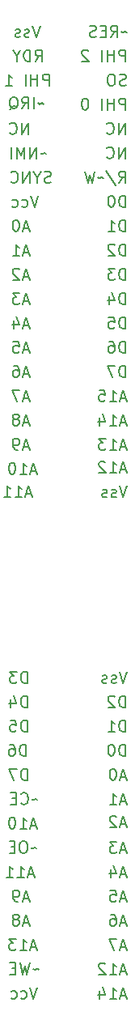
<source format=gbr>
%TF.GenerationSoftware,KiCad,Pcbnew,9.0.1*%
%TF.CreationDate,2025-04-16T15:15:49-04:00*%
%TF.ProjectId,KiCad 9 6502 ROR Test Board V2.0S,4b694361-6420-4392-9036-35303220524f,rev?*%
%TF.SameCoordinates,Original*%
%TF.FileFunction,Legend,Bot*%
%TF.FilePolarity,Positive*%
%FSLAX46Y46*%
G04 Gerber Fmt 4.6, Leading zero omitted, Abs format (unit mm)*
G04 Created by KiCad (PCBNEW 9.0.1) date 2025-04-16 15:15:49*
%MOMM*%
%LPD*%
G01*
G04 APERTURE LIST*
%ADD10C,0.203200*%
%ADD11C,0.150000*%
G04 APERTURE END LIST*
D10*
X150066744Y-144397718D02*
X149495316Y-144397718D01*
X150181030Y-144740575D02*
X149781030Y-143540575D01*
X149781030Y-143540575D02*
X149381030Y-144740575D01*
X148466745Y-143940575D02*
X148466745Y-144740575D01*
X148752459Y-143483433D02*
X149038173Y-144340575D01*
X149038173Y-144340575D02*
X148295316Y-144340575D01*
X139906744Y-76833718D02*
X139335316Y-76833718D01*
X140021030Y-77176575D02*
X139621030Y-75976575D01*
X139621030Y-75976575D02*
X139221030Y-77176575D01*
X138592459Y-75976575D02*
X138478173Y-75976575D01*
X138478173Y-75976575D02*
X138363887Y-76033718D01*
X138363887Y-76033718D02*
X138306745Y-76090861D01*
X138306745Y-76090861D02*
X138249602Y-76205147D01*
X138249602Y-76205147D02*
X138192459Y-76433718D01*
X138192459Y-76433718D02*
X138192459Y-76719433D01*
X138192459Y-76719433D02*
X138249602Y-76948004D01*
X138249602Y-76948004D02*
X138306745Y-77062290D01*
X138306745Y-77062290D02*
X138363887Y-77119433D01*
X138363887Y-77119433D02*
X138478173Y-77176575D01*
X138478173Y-77176575D02*
X138592459Y-77176575D01*
X138592459Y-77176575D02*
X138706745Y-77119433D01*
X138706745Y-77119433D02*
X138763887Y-77062290D01*
X138763887Y-77062290D02*
X138821030Y-76948004D01*
X138821030Y-76948004D02*
X138878173Y-76719433D01*
X138878173Y-76719433D02*
X138878173Y-76433718D01*
X138878173Y-76433718D02*
X138821030Y-76205147D01*
X138821030Y-76205147D02*
X138763887Y-76090861D01*
X138763887Y-76090861D02*
X138706745Y-76033718D01*
X138706745Y-76033718D02*
X138592459Y-75976575D01*
X139906744Y-92073718D02*
X139335316Y-92073718D01*
X140021030Y-92416575D02*
X139621030Y-91216575D01*
X139621030Y-91216575D02*
X139221030Y-92416575D01*
X138306745Y-91216575D02*
X138535316Y-91216575D01*
X138535316Y-91216575D02*
X138649602Y-91273718D01*
X138649602Y-91273718D02*
X138706745Y-91330861D01*
X138706745Y-91330861D02*
X138821030Y-91502290D01*
X138821030Y-91502290D02*
X138878173Y-91730861D01*
X138878173Y-91730861D02*
X138878173Y-92188004D01*
X138878173Y-92188004D02*
X138821030Y-92302290D01*
X138821030Y-92302290D02*
X138763887Y-92359433D01*
X138763887Y-92359433D02*
X138649602Y-92416575D01*
X138649602Y-92416575D02*
X138421030Y-92416575D01*
X138421030Y-92416575D02*
X138306745Y-92359433D01*
X138306745Y-92359433D02*
X138249602Y-92302290D01*
X138249602Y-92302290D02*
X138192459Y-92188004D01*
X138192459Y-92188004D02*
X138192459Y-91902290D01*
X138192459Y-91902290D02*
X138249602Y-91788004D01*
X138249602Y-91788004D02*
X138306745Y-91730861D01*
X138306745Y-91730861D02*
X138421030Y-91673718D01*
X138421030Y-91673718D02*
X138649602Y-91673718D01*
X138649602Y-91673718D02*
X138763887Y-91730861D01*
X138763887Y-91730861D02*
X138821030Y-91788004D01*
X138821030Y-91788004D02*
X138878173Y-91902290D01*
X150009601Y-59396575D02*
X150009601Y-58196575D01*
X150009601Y-58196575D02*
X149552458Y-58196575D01*
X149552458Y-58196575D02*
X149438173Y-58253718D01*
X149438173Y-58253718D02*
X149381030Y-58310861D01*
X149381030Y-58310861D02*
X149323887Y-58425147D01*
X149323887Y-58425147D02*
X149323887Y-58596575D01*
X149323887Y-58596575D02*
X149381030Y-58710861D01*
X149381030Y-58710861D02*
X149438173Y-58768004D01*
X149438173Y-58768004D02*
X149552458Y-58825147D01*
X149552458Y-58825147D02*
X150009601Y-58825147D01*
X148809601Y-59396575D02*
X148809601Y-58196575D01*
X148809601Y-58768004D02*
X148123887Y-58768004D01*
X148123887Y-59396575D02*
X148123887Y-58196575D01*
X147552458Y-59396575D02*
X147552458Y-58196575D01*
X146123886Y-58310861D02*
X146066743Y-58253718D01*
X146066743Y-58253718D02*
X145952458Y-58196575D01*
X145952458Y-58196575D02*
X145666743Y-58196575D01*
X145666743Y-58196575D02*
X145552458Y-58253718D01*
X145552458Y-58253718D02*
X145495315Y-58310861D01*
X145495315Y-58310861D02*
X145438172Y-58425147D01*
X145438172Y-58425147D02*
X145438172Y-58539433D01*
X145438172Y-58539433D02*
X145495315Y-58710861D01*
X145495315Y-58710861D02*
X146181029Y-59396575D01*
X146181029Y-59396575D02*
X145438172Y-59396575D01*
X150009601Y-69556575D02*
X150009601Y-68356575D01*
X150009601Y-68356575D02*
X149323887Y-69556575D01*
X149323887Y-69556575D02*
X149323887Y-68356575D01*
X148066744Y-69442290D02*
X148123887Y-69499433D01*
X148123887Y-69499433D02*
X148295315Y-69556575D01*
X148295315Y-69556575D02*
X148409601Y-69556575D01*
X148409601Y-69556575D02*
X148581030Y-69499433D01*
X148581030Y-69499433D02*
X148695315Y-69385147D01*
X148695315Y-69385147D02*
X148752458Y-69270861D01*
X148752458Y-69270861D02*
X148809601Y-69042290D01*
X148809601Y-69042290D02*
X148809601Y-68870861D01*
X148809601Y-68870861D02*
X148752458Y-68642290D01*
X148752458Y-68642290D02*
X148695315Y-68528004D01*
X148695315Y-68528004D02*
X148581030Y-68413718D01*
X148581030Y-68413718D02*
X148409601Y-68356575D01*
X148409601Y-68356575D02*
X148295315Y-68356575D01*
X148295315Y-68356575D02*
X148123887Y-68413718D01*
X148123887Y-68413718D02*
X148066744Y-68470861D01*
X150181030Y-56399433D02*
X150123887Y-56342290D01*
X150123887Y-56342290D02*
X150009601Y-56285147D01*
X150009601Y-56285147D02*
X149781030Y-56399433D01*
X149781030Y-56399433D02*
X149666744Y-56342290D01*
X149666744Y-56342290D02*
X149609601Y-56285147D01*
X148466744Y-56856575D02*
X148866744Y-56285147D01*
X149152458Y-56856575D02*
X149152458Y-55656575D01*
X149152458Y-55656575D02*
X148695315Y-55656575D01*
X148695315Y-55656575D02*
X148581030Y-55713718D01*
X148581030Y-55713718D02*
X148523887Y-55770861D01*
X148523887Y-55770861D02*
X148466744Y-55885147D01*
X148466744Y-55885147D02*
X148466744Y-56056575D01*
X148466744Y-56056575D02*
X148523887Y-56170861D01*
X148523887Y-56170861D02*
X148581030Y-56228004D01*
X148581030Y-56228004D02*
X148695315Y-56285147D01*
X148695315Y-56285147D02*
X149152458Y-56285147D01*
X147952458Y-56228004D02*
X147552458Y-56228004D01*
X147381030Y-56856575D02*
X147952458Y-56856575D01*
X147952458Y-56856575D02*
X147952458Y-55656575D01*
X147952458Y-55656575D02*
X147381030Y-55656575D01*
X146923887Y-56799433D02*
X146752459Y-56856575D01*
X146752459Y-56856575D02*
X146466744Y-56856575D01*
X146466744Y-56856575D02*
X146352459Y-56799433D01*
X146352459Y-56799433D02*
X146295316Y-56742290D01*
X146295316Y-56742290D02*
X146238173Y-56628004D01*
X146238173Y-56628004D02*
X146238173Y-56513718D01*
X146238173Y-56513718D02*
X146295316Y-56399433D01*
X146295316Y-56399433D02*
X146352459Y-56342290D01*
X146352459Y-56342290D02*
X146466744Y-56285147D01*
X146466744Y-56285147D02*
X146695316Y-56228004D01*
X146695316Y-56228004D02*
X146809601Y-56170861D01*
X146809601Y-56170861D02*
X146866744Y-56113718D01*
X146866744Y-56113718D02*
X146923887Y-55999433D01*
X146923887Y-55999433D02*
X146923887Y-55885147D01*
X146923887Y-55885147D02*
X146866744Y-55770861D01*
X146866744Y-55770861D02*
X146809601Y-55713718D01*
X146809601Y-55713718D02*
X146695316Y-55656575D01*
X146695316Y-55656575D02*
X146409601Y-55656575D01*
X146409601Y-55656575D02*
X146238173Y-55713718D01*
X139722601Y-126960575D02*
X139722601Y-125760575D01*
X139722601Y-125760575D02*
X139436887Y-125760575D01*
X139436887Y-125760575D02*
X139265458Y-125817718D01*
X139265458Y-125817718D02*
X139151173Y-125932004D01*
X139151173Y-125932004D02*
X139094030Y-126046290D01*
X139094030Y-126046290D02*
X139036887Y-126274861D01*
X139036887Y-126274861D02*
X139036887Y-126446290D01*
X139036887Y-126446290D02*
X139094030Y-126674861D01*
X139094030Y-126674861D02*
X139151173Y-126789147D01*
X139151173Y-126789147D02*
X139265458Y-126903433D01*
X139265458Y-126903433D02*
X139436887Y-126960575D01*
X139436887Y-126960575D02*
X139722601Y-126960575D01*
X138008316Y-126160575D02*
X138008316Y-126960575D01*
X138294030Y-125703433D02*
X138579744Y-126560575D01*
X138579744Y-126560575D02*
X137836887Y-126560575D01*
X141452030Y-63879433D02*
X141394887Y-63822290D01*
X141394887Y-63822290D02*
X141280601Y-63765147D01*
X141280601Y-63765147D02*
X141052030Y-63879433D01*
X141052030Y-63879433D02*
X140937744Y-63822290D01*
X140937744Y-63822290D02*
X140880601Y-63765147D01*
X140423458Y-64336575D02*
X140423458Y-63136575D01*
X139166315Y-64336575D02*
X139566315Y-63765147D01*
X139852029Y-64336575D02*
X139852029Y-63136575D01*
X139852029Y-63136575D02*
X139394886Y-63136575D01*
X139394886Y-63136575D02*
X139280601Y-63193718D01*
X139280601Y-63193718D02*
X139223458Y-63250861D01*
X139223458Y-63250861D02*
X139166315Y-63365147D01*
X139166315Y-63365147D02*
X139166315Y-63536575D01*
X139166315Y-63536575D02*
X139223458Y-63650861D01*
X139223458Y-63650861D02*
X139280601Y-63708004D01*
X139280601Y-63708004D02*
X139394886Y-63765147D01*
X139394886Y-63765147D02*
X139852029Y-63765147D01*
X137852029Y-64450861D02*
X137966315Y-64393718D01*
X137966315Y-64393718D02*
X138080601Y-64279433D01*
X138080601Y-64279433D02*
X138252029Y-64108004D01*
X138252029Y-64108004D02*
X138366315Y-64050861D01*
X138366315Y-64050861D02*
X138480601Y-64050861D01*
X138423458Y-64336575D02*
X138537744Y-64279433D01*
X138537744Y-64279433D02*
X138652029Y-64165147D01*
X138652029Y-64165147D02*
X138709172Y-63936575D01*
X138709172Y-63936575D02*
X138709172Y-63536575D01*
X138709172Y-63536575D02*
X138652029Y-63308004D01*
X138652029Y-63308004D02*
X138537744Y-63193718D01*
X138537744Y-63193718D02*
X138423458Y-63136575D01*
X138423458Y-63136575D02*
X138194886Y-63136575D01*
X138194886Y-63136575D02*
X138080601Y-63193718D01*
X138080601Y-63193718D02*
X137966315Y-63308004D01*
X137966315Y-63308004D02*
X137909172Y-63536575D01*
X137909172Y-63536575D02*
X137909172Y-63936575D01*
X137909172Y-63936575D02*
X137966315Y-64165147D01*
X137966315Y-64165147D02*
X138080601Y-64279433D01*
X138080601Y-64279433D02*
X138194886Y-64336575D01*
X138194886Y-64336575D02*
X138423458Y-64336575D01*
X142008601Y-61936575D02*
X142008601Y-60736575D01*
X142008601Y-60736575D02*
X141551458Y-60736575D01*
X141551458Y-60736575D02*
X141437173Y-60793718D01*
X141437173Y-60793718D02*
X141380030Y-60850861D01*
X141380030Y-60850861D02*
X141322887Y-60965147D01*
X141322887Y-60965147D02*
X141322887Y-61136575D01*
X141322887Y-61136575D02*
X141380030Y-61250861D01*
X141380030Y-61250861D02*
X141437173Y-61308004D01*
X141437173Y-61308004D02*
X141551458Y-61365147D01*
X141551458Y-61365147D02*
X142008601Y-61365147D01*
X140808601Y-61936575D02*
X140808601Y-60736575D01*
X140808601Y-61308004D02*
X140122887Y-61308004D01*
X140122887Y-61936575D02*
X140122887Y-60736575D01*
X139551458Y-61936575D02*
X139551458Y-60736575D01*
X137437172Y-61936575D02*
X138122886Y-61936575D01*
X137780029Y-61936575D02*
X137780029Y-60736575D01*
X137780029Y-60736575D02*
X137894315Y-60908004D01*
X137894315Y-60908004D02*
X138008600Y-61022290D01*
X138008600Y-61022290D02*
X138122886Y-61079433D01*
X139722601Y-129500575D02*
X139722601Y-128300575D01*
X139722601Y-128300575D02*
X139436887Y-128300575D01*
X139436887Y-128300575D02*
X139265458Y-128357718D01*
X139265458Y-128357718D02*
X139151173Y-128472004D01*
X139151173Y-128472004D02*
X139094030Y-128586290D01*
X139094030Y-128586290D02*
X139036887Y-128814861D01*
X139036887Y-128814861D02*
X139036887Y-128986290D01*
X139036887Y-128986290D02*
X139094030Y-129214861D01*
X139094030Y-129214861D02*
X139151173Y-129329147D01*
X139151173Y-129329147D02*
X139265458Y-129443433D01*
X139265458Y-129443433D02*
X139436887Y-129500575D01*
X139436887Y-129500575D02*
X139722601Y-129500575D01*
X137951173Y-128300575D02*
X138522601Y-128300575D01*
X138522601Y-128300575D02*
X138579744Y-128872004D01*
X138579744Y-128872004D02*
X138522601Y-128814861D01*
X138522601Y-128814861D02*
X138408316Y-128757718D01*
X138408316Y-128757718D02*
X138122601Y-128757718D01*
X138122601Y-128757718D02*
X138008316Y-128814861D01*
X138008316Y-128814861D02*
X137951173Y-128872004D01*
X137951173Y-128872004D02*
X137894030Y-128986290D01*
X137894030Y-128986290D02*
X137894030Y-129272004D01*
X137894030Y-129272004D02*
X137951173Y-129386290D01*
X137951173Y-129386290D02*
X138008316Y-129443433D01*
X138008316Y-129443433D02*
X138122601Y-129500575D01*
X138122601Y-129500575D02*
X138408316Y-129500575D01*
X138408316Y-129500575D02*
X138522601Y-129443433D01*
X138522601Y-129443433D02*
X138579744Y-129386290D01*
X140802030Y-136659433D02*
X140744887Y-136602290D01*
X140744887Y-136602290D02*
X140630601Y-136545147D01*
X140630601Y-136545147D02*
X140402030Y-136659433D01*
X140402030Y-136659433D02*
X140287744Y-136602290D01*
X140287744Y-136602290D02*
X140230601Y-136545147D01*
X139087744Y-137002290D02*
X139144887Y-137059433D01*
X139144887Y-137059433D02*
X139316315Y-137116575D01*
X139316315Y-137116575D02*
X139430601Y-137116575D01*
X139430601Y-137116575D02*
X139602030Y-137059433D01*
X139602030Y-137059433D02*
X139716315Y-136945147D01*
X139716315Y-136945147D02*
X139773458Y-136830861D01*
X139773458Y-136830861D02*
X139830601Y-136602290D01*
X139830601Y-136602290D02*
X139830601Y-136430861D01*
X139830601Y-136430861D02*
X139773458Y-136202290D01*
X139773458Y-136202290D02*
X139716315Y-136088004D01*
X139716315Y-136088004D02*
X139602030Y-135973718D01*
X139602030Y-135973718D02*
X139430601Y-135916575D01*
X139430601Y-135916575D02*
X139316315Y-135916575D01*
X139316315Y-135916575D02*
X139144887Y-135973718D01*
X139144887Y-135973718D02*
X139087744Y-136030861D01*
X138573458Y-136488004D02*
X138173458Y-136488004D01*
X138002030Y-137116575D02*
X138573458Y-137116575D01*
X138573458Y-137116575D02*
X138573458Y-135916575D01*
X138573458Y-135916575D02*
X138002030Y-135916575D01*
X150066744Y-102106718D02*
X149495316Y-102106718D01*
X150181030Y-102449575D02*
X149781030Y-101249575D01*
X149781030Y-101249575D02*
X149381030Y-102449575D01*
X148352459Y-102449575D02*
X149038173Y-102449575D01*
X148695316Y-102449575D02*
X148695316Y-101249575D01*
X148695316Y-101249575D02*
X148809602Y-101421004D01*
X148809602Y-101421004D02*
X148923887Y-101535290D01*
X148923887Y-101535290D02*
X149038173Y-101592433D01*
X147895316Y-101363861D02*
X147838173Y-101306718D01*
X147838173Y-101306718D02*
X147723888Y-101249575D01*
X147723888Y-101249575D02*
X147438173Y-101249575D01*
X147438173Y-101249575D02*
X147323888Y-101306718D01*
X147323888Y-101306718D02*
X147266745Y-101363861D01*
X147266745Y-101363861D02*
X147209602Y-101478147D01*
X147209602Y-101478147D02*
X147209602Y-101592433D01*
X147209602Y-101592433D02*
X147266745Y-101763861D01*
X147266745Y-101763861D02*
X147952459Y-102449575D01*
X147952459Y-102449575D02*
X147209602Y-102449575D01*
X150066744Y-134237718D02*
X149495316Y-134237718D01*
X150181030Y-134580575D02*
X149781030Y-133380575D01*
X149781030Y-133380575D02*
X149381030Y-134580575D01*
X148752459Y-133380575D02*
X148638173Y-133380575D01*
X148638173Y-133380575D02*
X148523887Y-133437718D01*
X148523887Y-133437718D02*
X148466745Y-133494861D01*
X148466745Y-133494861D02*
X148409602Y-133609147D01*
X148409602Y-133609147D02*
X148352459Y-133837718D01*
X148352459Y-133837718D02*
X148352459Y-134123433D01*
X148352459Y-134123433D02*
X148409602Y-134352004D01*
X148409602Y-134352004D02*
X148466745Y-134466290D01*
X148466745Y-134466290D02*
X148523887Y-134523433D01*
X148523887Y-134523433D02*
X148638173Y-134580575D01*
X148638173Y-134580575D02*
X148752459Y-134580575D01*
X148752459Y-134580575D02*
X148866745Y-134523433D01*
X148866745Y-134523433D02*
X148923887Y-134466290D01*
X148923887Y-134466290D02*
X148981030Y-134352004D01*
X148981030Y-134352004D02*
X149038173Y-134123433D01*
X149038173Y-134123433D02*
X149038173Y-133837718D01*
X149038173Y-133837718D02*
X148981030Y-133609147D01*
X148981030Y-133609147D02*
X148923887Y-133494861D01*
X148923887Y-133494861D02*
X148866745Y-133437718D01*
X148866745Y-133437718D02*
X148752459Y-133380575D01*
X139906744Y-149477718D02*
X139335316Y-149477718D01*
X140021030Y-149820575D02*
X139621030Y-148620575D01*
X139621030Y-148620575D02*
X139221030Y-149820575D01*
X138649602Y-149134861D02*
X138763887Y-149077718D01*
X138763887Y-149077718D02*
X138821030Y-149020575D01*
X138821030Y-149020575D02*
X138878173Y-148906290D01*
X138878173Y-148906290D02*
X138878173Y-148849147D01*
X138878173Y-148849147D02*
X138821030Y-148734861D01*
X138821030Y-148734861D02*
X138763887Y-148677718D01*
X138763887Y-148677718D02*
X138649602Y-148620575D01*
X138649602Y-148620575D02*
X138421030Y-148620575D01*
X138421030Y-148620575D02*
X138306745Y-148677718D01*
X138306745Y-148677718D02*
X138249602Y-148734861D01*
X138249602Y-148734861D02*
X138192459Y-148849147D01*
X138192459Y-148849147D02*
X138192459Y-148906290D01*
X138192459Y-148906290D02*
X138249602Y-149020575D01*
X138249602Y-149020575D02*
X138306745Y-149077718D01*
X138306745Y-149077718D02*
X138421030Y-149134861D01*
X138421030Y-149134861D02*
X138649602Y-149134861D01*
X138649602Y-149134861D02*
X138763887Y-149192004D01*
X138763887Y-149192004D02*
X138821030Y-149249147D01*
X138821030Y-149249147D02*
X138878173Y-149363433D01*
X138878173Y-149363433D02*
X138878173Y-149592004D01*
X138878173Y-149592004D02*
X138821030Y-149706290D01*
X138821030Y-149706290D02*
X138763887Y-149763433D01*
X138763887Y-149763433D02*
X138649602Y-149820575D01*
X138649602Y-149820575D02*
X138421030Y-149820575D01*
X138421030Y-149820575D02*
X138306745Y-149763433D01*
X138306745Y-149763433D02*
X138249602Y-149706290D01*
X138249602Y-149706290D02*
X138192459Y-149592004D01*
X138192459Y-149592004D02*
X138192459Y-149363433D01*
X138192459Y-149363433D02*
X138249602Y-149249147D01*
X138249602Y-149249147D02*
X138306745Y-149192004D01*
X138306745Y-149192004D02*
X138421030Y-149134861D01*
X150009601Y-129500575D02*
X150009601Y-128300575D01*
X150009601Y-128300575D02*
X149723887Y-128300575D01*
X149723887Y-128300575D02*
X149552458Y-128357718D01*
X149552458Y-128357718D02*
X149438173Y-128472004D01*
X149438173Y-128472004D02*
X149381030Y-128586290D01*
X149381030Y-128586290D02*
X149323887Y-128814861D01*
X149323887Y-128814861D02*
X149323887Y-128986290D01*
X149323887Y-128986290D02*
X149381030Y-129214861D01*
X149381030Y-129214861D02*
X149438173Y-129329147D01*
X149438173Y-129329147D02*
X149552458Y-129443433D01*
X149552458Y-129443433D02*
X149723887Y-129500575D01*
X149723887Y-129500575D02*
X150009601Y-129500575D01*
X148181030Y-129500575D02*
X148866744Y-129500575D01*
X148523887Y-129500575D02*
X148523887Y-128300575D01*
X148523887Y-128300575D02*
X148638173Y-128472004D01*
X148638173Y-128472004D02*
X148752458Y-128586290D01*
X148752458Y-128586290D02*
X148866744Y-128643433D01*
X139722601Y-124420575D02*
X139722601Y-123220575D01*
X139722601Y-123220575D02*
X139436887Y-123220575D01*
X139436887Y-123220575D02*
X139265458Y-123277718D01*
X139265458Y-123277718D02*
X139151173Y-123392004D01*
X139151173Y-123392004D02*
X139094030Y-123506290D01*
X139094030Y-123506290D02*
X139036887Y-123734861D01*
X139036887Y-123734861D02*
X139036887Y-123906290D01*
X139036887Y-123906290D02*
X139094030Y-124134861D01*
X139094030Y-124134861D02*
X139151173Y-124249147D01*
X139151173Y-124249147D02*
X139265458Y-124363433D01*
X139265458Y-124363433D02*
X139436887Y-124420575D01*
X139436887Y-124420575D02*
X139722601Y-124420575D01*
X138636887Y-123220575D02*
X137894030Y-123220575D01*
X137894030Y-123220575D02*
X138294030Y-123677718D01*
X138294030Y-123677718D02*
X138122601Y-123677718D01*
X138122601Y-123677718D02*
X138008316Y-123734861D01*
X138008316Y-123734861D02*
X137951173Y-123792004D01*
X137951173Y-123792004D02*
X137894030Y-123906290D01*
X137894030Y-123906290D02*
X137894030Y-124192004D01*
X137894030Y-124192004D02*
X137951173Y-124306290D01*
X137951173Y-124306290D02*
X138008316Y-124363433D01*
X138008316Y-124363433D02*
X138122601Y-124420575D01*
X138122601Y-124420575D02*
X138465458Y-124420575D01*
X138465458Y-124420575D02*
X138579744Y-124363433D01*
X138579744Y-124363433D02*
X138636887Y-124306290D01*
X139906744Y-86993718D02*
X139335316Y-86993718D01*
X140021030Y-87336575D02*
X139621030Y-86136575D01*
X139621030Y-86136575D02*
X139221030Y-87336575D01*
X138306745Y-86536575D02*
X138306745Y-87336575D01*
X138592459Y-86079433D02*
X138878173Y-86936575D01*
X138878173Y-86936575D02*
X138135316Y-86936575D01*
X140668744Y-152017718D02*
X140097316Y-152017718D01*
X140783030Y-152360575D02*
X140383030Y-151160575D01*
X140383030Y-151160575D02*
X139983030Y-152360575D01*
X138954459Y-152360575D02*
X139640173Y-152360575D01*
X139297316Y-152360575D02*
X139297316Y-151160575D01*
X139297316Y-151160575D02*
X139411602Y-151332004D01*
X139411602Y-151332004D02*
X139525887Y-151446290D01*
X139525887Y-151446290D02*
X139640173Y-151503433D01*
X138554459Y-151160575D02*
X137811602Y-151160575D01*
X137811602Y-151160575D02*
X138211602Y-151617718D01*
X138211602Y-151617718D02*
X138040173Y-151617718D01*
X138040173Y-151617718D02*
X137925888Y-151674861D01*
X137925888Y-151674861D02*
X137868745Y-151732004D01*
X137868745Y-151732004D02*
X137811602Y-151846290D01*
X137811602Y-151846290D02*
X137811602Y-152132004D01*
X137811602Y-152132004D02*
X137868745Y-152246290D01*
X137868745Y-152246290D02*
X137925888Y-152303433D01*
X137925888Y-152303433D02*
X138040173Y-152360575D01*
X138040173Y-152360575D02*
X138383030Y-152360575D01*
X138383030Y-152360575D02*
X138497316Y-152303433D01*
X138497316Y-152303433D02*
X138554459Y-152246290D01*
D11*
X141072030Y-55659342D02*
X140672030Y-56859342D01*
X140672030Y-56859342D02*
X140272030Y-55659342D01*
X139929173Y-56802200D02*
X139814887Y-56859342D01*
X139814887Y-56859342D02*
X139586316Y-56859342D01*
X139586316Y-56859342D02*
X139472030Y-56802200D01*
X139472030Y-56802200D02*
X139414887Y-56687914D01*
X139414887Y-56687914D02*
X139414887Y-56630771D01*
X139414887Y-56630771D02*
X139472030Y-56516485D01*
X139472030Y-56516485D02*
X139586316Y-56459342D01*
X139586316Y-56459342D02*
X139757745Y-56459342D01*
X139757745Y-56459342D02*
X139872030Y-56402200D01*
X139872030Y-56402200D02*
X139929173Y-56287914D01*
X139929173Y-56287914D02*
X139929173Y-56230771D01*
X139929173Y-56230771D02*
X139872030Y-56116485D01*
X139872030Y-56116485D02*
X139757745Y-56059342D01*
X139757745Y-56059342D02*
X139586316Y-56059342D01*
X139586316Y-56059342D02*
X139472030Y-56116485D01*
X138957744Y-56802200D02*
X138843458Y-56859342D01*
X138843458Y-56859342D02*
X138614887Y-56859342D01*
X138614887Y-56859342D02*
X138500601Y-56802200D01*
X138500601Y-56802200D02*
X138443458Y-56687914D01*
X138443458Y-56687914D02*
X138443458Y-56630771D01*
X138443458Y-56630771D02*
X138500601Y-56516485D01*
X138500601Y-56516485D02*
X138614887Y-56459342D01*
X138614887Y-56459342D02*
X138786316Y-56459342D01*
X138786316Y-56459342D02*
X138900601Y-56402200D01*
X138900601Y-56402200D02*
X138957744Y-56287914D01*
X138957744Y-56287914D02*
X138957744Y-56230771D01*
X138957744Y-56230771D02*
X138900601Y-56116485D01*
X138900601Y-56116485D02*
X138786316Y-56059342D01*
X138786316Y-56059342D02*
X138614887Y-56059342D01*
X138614887Y-56059342D02*
X138500601Y-56116485D01*
D10*
X150009601Y-126960575D02*
X150009601Y-125760575D01*
X150009601Y-125760575D02*
X149723887Y-125760575D01*
X149723887Y-125760575D02*
X149552458Y-125817718D01*
X149552458Y-125817718D02*
X149438173Y-125932004D01*
X149438173Y-125932004D02*
X149381030Y-126046290D01*
X149381030Y-126046290D02*
X149323887Y-126274861D01*
X149323887Y-126274861D02*
X149323887Y-126446290D01*
X149323887Y-126446290D02*
X149381030Y-126674861D01*
X149381030Y-126674861D02*
X149438173Y-126789147D01*
X149438173Y-126789147D02*
X149552458Y-126903433D01*
X149552458Y-126903433D02*
X149723887Y-126960575D01*
X149723887Y-126960575D02*
X150009601Y-126960575D01*
X148866744Y-125874861D02*
X148809601Y-125817718D01*
X148809601Y-125817718D02*
X148695316Y-125760575D01*
X148695316Y-125760575D02*
X148409601Y-125760575D01*
X148409601Y-125760575D02*
X148295316Y-125817718D01*
X148295316Y-125817718D02*
X148238173Y-125874861D01*
X148238173Y-125874861D02*
X148181030Y-125989147D01*
X148181030Y-125989147D02*
X148181030Y-126103433D01*
X148181030Y-126103433D02*
X148238173Y-126274861D01*
X148238173Y-126274861D02*
X148923887Y-126960575D01*
X148923887Y-126960575D02*
X148181030Y-126960575D01*
X150181030Y-123220575D02*
X149781030Y-124420575D01*
X149781030Y-124420575D02*
X149381030Y-123220575D01*
X149038173Y-124363433D02*
X148923887Y-124420575D01*
X148923887Y-124420575D02*
X148695316Y-124420575D01*
X148695316Y-124420575D02*
X148581030Y-124363433D01*
X148581030Y-124363433D02*
X148523887Y-124249147D01*
X148523887Y-124249147D02*
X148523887Y-124192004D01*
X148523887Y-124192004D02*
X148581030Y-124077718D01*
X148581030Y-124077718D02*
X148695316Y-124020575D01*
X148695316Y-124020575D02*
X148866745Y-124020575D01*
X148866745Y-124020575D02*
X148981030Y-123963433D01*
X148981030Y-123963433D02*
X149038173Y-123849147D01*
X149038173Y-123849147D02*
X149038173Y-123792004D01*
X149038173Y-123792004D02*
X148981030Y-123677718D01*
X148981030Y-123677718D02*
X148866745Y-123620575D01*
X148866745Y-123620575D02*
X148695316Y-123620575D01*
X148695316Y-123620575D02*
X148581030Y-123677718D01*
X148066744Y-124363433D02*
X147952458Y-124420575D01*
X147952458Y-124420575D02*
X147723887Y-124420575D01*
X147723887Y-124420575D02*
X147609601Y-124363433D01*
X147609601Y-124363433D02*
X147552458Y-124249147D01*
X147552458Y-124249147D02*
X147552458Y-124192004D01*
X147552458Y-124192004D02*
X147609601Y-124077718D01*
X147609601Y-124077718D02*
X147723887Y-124020575D01*
X147723887Y-124020575D02*
X147895316Y-124020575D01*
X147895316Y-124020575D02*
X148009601Y-123963433D01*
X148009601Y-123963433D02*
X148066744Y-123849147D01*
X148066744Y-123849147D02*
X148066744Y-123792004D01*
X148066744Y-123792004D02*
X148009601Y-123677718D01*
X148009601Y-123677718D02*
X147895316Y-123620575D01*
X147895316Y-123620575D02*
X147723887Y-123620575D01*
X147723887Y-123620575D02*
X147609601Y-123677718D01*
X140902030Y-154429433D02*
X140844887Y-154372290D01*
X140844887Y-154372290D02*
X140730601Y-154315147D01*
X140730601Y-154315147D02*
X140502030Y-154429433D01*
X140502030Y-154429433D02*
X140387744Y-154372290D01*
X140387744Y-154372290D02*
X140330601Y-154315147D01*
X139987744Y-153686575D02*
X139702030Y-154886575D01*
X139702030Y-154886575D02*
X139473458Y-154029433D01*
X139473458Y-154029433D02*
X139244887Y-154886575D01*
X139244887Y-154886575D02*
X138959173Y-153686575D01*
X138502029Y-154258004D02*
X138102029Y-154258004D01*
X137930601Y-154886575D02*
X138502029Y-154886575D01*
X138502029Y-154886575D02*
X138502029Y-153686575D01*
X138502029Y-153686575D02*
X137930601Y-153686575D01*
X150066744Y-149477718D02*
X149495316Y-149477718D01*
X150181030Y-149820575D02*
X149781030Y-148620575D01*
X149781030Y-148620575D02*
X149381030Y-149820575D01*
X148466745Y-148620575D02*
X148695316Y-148620575D01*
X148695316Y-148620575D02*
X148809602Y-148677718D01*
X148809602Y-148677718D02*
X148866745Y-148734861D01*
X148866745Y-148734861D02*
X148981030Y-148906290D01*
X148981030Y-148906290D02*
X149038173Y-149134861D01*
X149038173Y-149134861D02*
X149038173Y-149592004D01*
X149038173Y-149592004D02*
X148981030Y-149706290D01*
X148981030Y-149706290D02*
X148923887Y-149763433D01*
X148923887Y-149763433D02*
X148809602Y-149820575D01*
X148809602Y-149820575D02*
X148581030Y-149820575D01*
X148581030Y-149820575D02*
X148466745Y-149763433D01*
X148466745Y-149763433D02*
X148409602Y-149706290D01*
X148409602Y-149706290D02*
X148352459Y-149592004D01*
X148352459Y-149592004D02*
X148352459Y-149306290D01*
X148352459Y-149306290D02*
X148409602Y-149192004D01*
X148409602Y-149192004D02*
X148466745Y-149134861D01*
X148466745Y-149134861D02*
X148581030Y-149077718D01*
X148581030Y-149077718D02*
X148809602Y-149077718D01*
X148809602Y-149077718D02*
X148923887Y-149134861D01*
X148923887Y-149134861D02*
X148981030Y-149192004D01*
X148981030Y-149192004D02*
X149038173Y-149306290D01*
X150009601Y-74636575D02*
X150009601Y-73436575D01*
X150009601Y-73436575D02*
X149723887Y-73436575D01*
X149723887Y-73436575D02*
X149552458Y-73493718D01*
X149552458Y-73493718D02*
X149438173Y-73608004D01*
X149438173Y-73608004D02*
X149381030Y-73722290D01*
X149381030Y-73722290D02*
X149323887Y-73950861D01*
X149323887Y-73950861D02*
X149323887Y-74122290D01*
X149323887Y-74122290D02*
X149381030Y-74350861D01*
X149381030Y-74350861D02*
X149438173Y-74465147D01*
X149438173Y-74465147D02*
X149552458Y-74579433D01*
X149552458Y-74579433D02*
X149723887Y-74636575D01*
X149723887Y-74636575D02*
X150009601Y-74636575D01*
X148581030Y-73436575D02*
X148466744Y-73436575D01*
X148466744Y-73436575D02*
X148352458Y-73493718D01*
X148352458Y-73493718D02*
X148295316Y-73550861D01*
X148295316Y-73550861D02*
X148238173Y-73665147D01*
X148238173Y-73665147D02*
X148181030Y-73893718D01*
X148181030Y-73893718D02*
X148181030Y-74179433D01*
X148181030Y-74179433D02*
X148238173Y-74408004D01*
X148238173Y-74408004D02*
X148295316Y-74522290D01*
X148295316Y-74522290D02*
X148352458Y-74579433D01*
X148352458Y-74579433D02*
X148466744Y-74636575D01*
X148466744Y-74636575D02*
X148581030Y-74636575D01*
X148581030Y-74636575D02*
X148695316Y-74579433D01*
X148695316Y-74579433D02*
X148752458Y-74522290D01*
X148752458Y-74522290D02*
X148809601Y-74408004D01*
X148809601Y-74408004D02*
X148866744Y-74179433D01*
X148866744Y-74179433D02*
X148866744Y-73893718D01*
X148866744Y-73893718D02*
X148809601Y-73665147D01*
X148809601Y-73665147D02*
X148752458Y-73550861D01*
X148752458Y-73550861D02*
X148695316Y-73493718D01*
X148695316Y-73493718D02*
X148581030Y-73436575D01*
X139906744Y-84453718D02*
X139335316Y-84453718D01*
X140021030Y-84796575D02*
X139621030Y-83596575D01*
X139621030Y-83596575D02*
X139221030Y-84796575D01*
X138935316Y-83596575D02*
X138192459Y-83596575D01*
X138192459Y-83596575D02*
X138592459Y-84053718D01*
X138592459Y-84053718D02*
X138421030Y-84053718D01*
X138421030Y-84053718D02*
X138306745Y-84110861D01*
X138306745Y-84110861D02*
X138249602Y-84168004D01*
X138249602Y-84168004D02*
X138192459Y-84282290D01*
X138192459Y-84282290D02*
X138192459Y-84568004D01*
X138192459Y-84568004D02*
X138249602Y-84682290D01*
X138249602Y-84682290D02*
X138306745Y-84739433D01*
X138306745Y-84739433D02*
X138421030Y-84796575D01*
X138421030Y-84796575D02*
X138763887Y-84796575D01*
X138763887Y-84796575D02*
X138878173Y-84739433D01*
X138878173Y-84739433D02*
X138935316Y-84682290D01*
X140892030Y-73466575D02*
X140492030Y-74666575D01*
X140492030Y-74666575D02*
X140092030Y-73466575D01*
X139177745Y-74609433D02*
X139292030Y-74666575D01*
X139292030Y-74666575D02*
X139520602Y-74666575D01*
X139520602Y-74666575D02*
X139634887Y-74609433D01*
X139634887Y-74609433D02*
X139692030Y-74552290D01*
X139692030Y-74552290D02*
X139749173Y-74438004D01*
X139749173Y-74438004D02*
X139749173Y-74095147D01*
X139749173Y-74095147D02*
X139692030Y-73980861D01*
X139692030Y-73980861D02*
X139634887Y-73923718D01*
X139634887Y-73923718D02*
X139520602Y-73866575D01*
X139520602Y-73866575D02*
X139292030Y-73866575D01*
X139292030Y-73866575D02*
X139177745Y-73923718D01*
X138149174Y-74609433D02*
X138263459Y-74666575D01*
X138263459Y-74666575D02*
X138492031Y-74666575D01*
X138492031Y-74666575D02*
X138606316Y-74609433D01*
X138606316Y-74609433D02*
X138663459Y-74552290D01*
X138663459Y-74552290D02*
X138720602Y-74438004D01*
X138720602Y-74438004D02*
X138720602Y-74095147D01*
X138720602Y-74095147D02*
X138663459Y-73980861D01*
X138663459Y-73980861D02*
X138606316Y-73923718D01*
X138606316Y-73923718D02*
X138492031Y-73866575D01*
X138492031Y-73866575D02*
X138263459Y-73866575D01*
X138263459Y-73866575D02*
X138149174Y-73923718D01*
X150066744Y-157097718D02*
X149495316Y-157097718D01*
X150181030Y-157440575D02*
X149781030Y-156240575D01*
X149781030Y-156240575D02*
X149381030Y-157440575D01*
X148352459Y-157440575D02*
X149038173Y-157440575D01*
X148695316Y-157440575D02*
X148695316Y-156240575D01*
X148695316Y-156240575D02*
X148809602Y-156412004D01*
X148809602Y-156412004D02*
X148923887Y-156526290D01*
X148923887Y-156526290D02*
X149038173Y-156583433D01*
X147323888Y-156640575D02*
X147323888Y-157440575D01*
X147609602Y-156183433D02*
X147895316Y-157040575D01*
X147895316Y-157040575D02*
X147152459Y-157040575D01*
X139906744Y-99693718D02*
X139335316Y-99693718D01*
X140021030Y-100036575D02*
X139621030Y-98836575D01*
X139621030Y-98836575D02*
X139221030Y-100036575D01*
X138763887Y-100036575D02*
X138535316Y-100036575D01*
X138535316Y-100036575D02*
X138421030Y-99979433D01*
X138421030Y-99979433D02*
X138363887Y-99922290D01*
X138363887Y-99922290D02*
X138249602Y-99750861D01*
X138249602Y-99750861D02*
X138192459Y-99522290D01*
X138192459Y-99522290D02*
X138192459Y-99065147D01*
X138192459Y-99065147D02*
X138249602Y-98950861D01*
X138249602Y-98950861D02*
X138306745Y-98893718D01*
X138306745Y-98893718D02*
X138421030Y-98836575D01*
X138421030Y-98836575D02*
X138649602Y-98836575D01*
X138649602Y-98836575D02*
X138763887Y-98893718D01*
X138763887Y-98893718D02*
X138821030Y-98950861D01*
X138821030Y-98950861D02*
X138878173Y-99065147D01*
X138878173Y-99065147D02*
X138878173Y-99350861D01*
X138878173Y-99350861D02*
X138821030Y-99465147D01*
X138821030Y-99465147D02*
X138763887Y-99522290D01*
X138763887Y-99522290D02*
X138649602Y-99579433D01*
X138649602Y-99579433D02*
X138421030Y-99579433D01*
X138421030Y-99579433D02*
X138306745Y-99522290D01*
X138306745Y-99522290D02*
X138249602Y-99465147D01*
X138249602Y-99465147D02*
X138192459Y-99350861D01*
X150181030Y-103789575D02*
X149781030Y-104989575D01*
X149781030Y-104989575D02*
X149381030Y-103789575D01*
X149038173Y-104932433D02*
X148923887Y-104989575D01*
X148923887Y-104989575D02*
X148695316Y-104989575D01*
X148695316Y-104989575D02*
X148581030Y-104932433D01*
X148581030Y-104932433D02*
X148523887Y-104818147D01*
X148523887Y-104818147D02*
X148523887Y-104761004D01*
X148523887Y-104761004D02*
X148581030Y-104646718D01*
X148581030Y-104646718D02*
X148695316Y-104589575D01*
X148695316Y-104589575D02*
X148866745Y-104589575D01*
X148866745Y-104589575D02*
X148981030Y-104532433D01*
X148981030Y-104532433D02*
X149038173Y-104418147D01*
X149038173Y-104418147D02*
X149038173Y-104361004D01*
X149038173Y-104361004D02*
X148981030Y-104246718D01*
X148981030Y-104246718D02*
X148866745Y-104189575D01*
X148866745Y-104189575D02*
X148695316Y-104189575D01*
X148695316Y-104189575D02*
X148581030Y-104246718D01*
X148066744Y-104932433D02*
X147952458Y-104989575D01*
X147952458Y-104989575D02*
X147723887Y-104989575D01*
X147723887Y-104989575D02*
X147609601Y-104932433D01*
X147609601Y-104932433D02*
X147552458Y-104818147D01*
X147552458Y-104818147D02*
X147552458Y-104761004D01*
X147552458Y-104761004D02*
X147609601Y-104646718D01*
X147609601Y-104646718D02*
X147723887Y-104589575D01*
X147723887Y-104589575D02*
X147895316Y-104589575D01*
X147895316Y-104589575D02*
X148009601Y-104532433D01*
X148009601Y-104532433D02*
X148066744Y-104418147D01*
X148066744Y-104418147D02*
X148066744Y-104361004D01*
X148066744Y-104361004D02*
X148009601Y-104246718D01*
X148009601Y-104246718D02*
X147895316Y-104189575D01*
X147895316Y-104189575D02*
X147723887Y-104189575D01*
X147723887Y-104189575D02*
X147609601Y-104246718D01*
X140712030Y-141739433D02*
X140654887Y-141682290D01*
X140654887Y-141682290D02*
X140540601Y-141625147D01*
X140540601Y-141625147D02*
X140312030Y-141739433D01*
X140312030Y-141739433D02*
X140197744Y-141682290D01*
X140197744Y-141682290D02*
X140140601Y-141625147D01*
X139454887Y-140996575D02*
X139226315Y-140996575D01*
X139226315Y-140996575D02*
X139112030Y-141053718D01*
X139112030Y-141053718D02*
X138997744Y-141168004D01*
X138997744Y-141168004D02*
X138940601Y-141396575D01*
X138940601Y-141396575D02*
X138940601Y-141796575D01*
X138940601Y-141796575D02*
X138997744Y-142025147D01*
X138997744Y-142025147D02*
X139112030Y-142139433D01*
X139112030Y-142139433D02*
X139226315Y-142196575D01*
X139226315Y-142196575D02*
X139454887Y-142196575D01*
X139454887Y-142196575D02*
X139569173Y-142139433D01*
X139569173Y-142139433D02*
X139683458Y-142025147D01*
X139683458Y-142025147D02*
X139740601Y-141796575D01*
X139740601Y-141796575D02*
X139740601Y-141396575D01*
X139740601Y-141396575D02*
X139683458Y-141168004D01*
X139683458Y-141168004D02*
X139569173Y-141053718D01*
X139569173Y-141053718D02*
X139454887Y-140996575D01*
X138426315Y-141568004D02*
X138026315Y-141568004D01*
X137854887Y-142196575D02*
X138426315Y-142196575D01*
X138426315Y-142196575D02*
X138426315Y-140996575D01*
X138426315Y-140996575D02*
X137854887Y-140996575D01*
X139906744Y-79373718D02*
X139335316Y-79373718D01*
X140021030Y-79716575D02*
X139621030Y-78516575D01*
X139621030Y-78516575D02*
X139221030Y-79716575D01*
X138192459Y-79716575D02*
X138878173Y-79716575D01*
X138535316Y-79716575D02*
X138535316Y-78516575D01*
X138535316Y-78516575D02*
X138649602Y-78688004D01*
X138649602Y-78688004D02*
X138763887Y-78802290D01*
X138763887Y-78802290D02*
X138878173Y-78859433D01*
X139906744Y-94613718D02*
X139335316Y-94613718D01*
X140021030Y-94956575D02*
X139621030Y-93756575D01*
X139621030Y-93756575D02*
X139221030Y-94956575D01*
X138935316Y-93756575D02*
X138135316Y-93756575D01*
X138135316Y-93756575D02*
X138649602Y-94956575D01*
X139906744Y-89533718D02*
X139335316Y-89533718D01*
X140021030Y-89876575D02*
X139621030Y-88676575D01*
X139621030Y-88676575D02*
X139221030Y-89876575D01*
X138249602Y-88676575D02*
X138821030Y-88676575D01*
X138821030Y-88676575D02*
X138878173Y-89248004D01*
X138878173Y-89248004D02*
X138821030Y-89190861D01*
X138821030Y-89190861D02*
X138706745Y-89133718D01*
X138706745Y-89133718D02*
X138421030Y-89133718D01*
X138421030Y-89133718D02*
X138306745Y-89190861D01*
X138306745Y-89190861D02*
X138249602Y-89248004D01*
X138249602Y-89248004D02*
X138192459Y-89362290D01*
X138192459Y-89362290D02*
X138192459Y-89648004D01*
X138192459Y-89648004D02*
X138249602Y-89762290D01*
X138249602Y-89762290D02*
X138306745Y-89819433D01*
X138306745Y-89819433D02*
X138421030Y-89876575D01*
X138421030Y-89876575D02*
X138706745Y-89876575D01*
X138706745Y-89876575D02*
X138821030Y-89819433D01*
X138821030Y-89819433D02*
X138878173Y-89762290D01*
X150066744Y-154557718D02*
X149495316Y-154557718D01*
X150181030Y-154900575D02*
X149781030Y-153700575D01*
X149781030Y-153700575D02*
X149381030Y-154900575D01*
X148352459Y-154900575D02*
X149038173Y-154900575D01*
X148695316Y-154900575D02*
X148695316Y-153700575D01*
X148695316Y-153700575D02*
X148809602Y-153872004D01*
X148809602Y-153872004D02*
X148923887Y-153986290D01*
X148923887Y-153986290D02*
X149038173Y-154043433D01*
X147895316Y-153814861D02*
X147838173Y-153757718D01*
X147838173Y-153757718D02*
X147723888Y-153700575D01*
X147723888Y-153700575D02*
X147438173Y-153700575D01*
X147438173Y-153700575D02*
X147323888Y-153757718D01*
X147323888Y-153757718D02*
X147266745Y-153814861D01*
X147266745Y-153814861D02*
X147209602Y-153929147D01*
X147209602Y-153929147D02*
X147209602Y-154043433D01*
X147209602Y-154043433D02*
X147266745Y-154214861D01*
X147266745Y-154214861D02*
X147952459Y-154900575D01*
X147952459Y-154900575D02*
X147209602Y-154900575D01*
X140160744Y-104646718D02*
X139589316Y-104646718D01*
X140275030Y-104989575D02*
X139875030Y-103789575D01*
X139875030Y-103789575D02*
X139475030Y-104989575D01*
X138446459Y-104989575D02*
X139132173Y-104989575D01*
X138789316Y-104989575D02*
X138789316Y-103789575D01*
X138789316Y-103789575D02*
X138903602Y-103961004D01*
X138903602Y-103961004D02*
X139017887Y-104075290D01*
X139017887Y-104075290D02*
X139132173Y-104132433D01*
X137303602Y-104989575D02*
X137989316Y-104989575D01*
X137646459Y-104989575D02*
X137646459Y-103789575D01*
X137646459Y-103789575D02*
X137760745Y-103961004D01*
X137760745Y-103961004D02*
X137875030Y-104075290D01*
X137875030Y-104075290D02*
X137989316Y-104132433D01*
X140407744Y-144413718D02*
X139836316Y-144413718D01*
X140522030Y-144756575D02*
X140122030Y-143556575D01*
X140122030Y-143556575D02*
X139722030Y-144756575D01*
X138693459Y-144756575D02*
X139379173Y-144756575D01*
X139036316Y-144756575D02*
X139036316Y-143556575D01*
X139036316Y-143556575D02*
X139150602Y-143728004D01*
X139150602Y-143728004D02*
X139264887Y-143842290D01*
X139264887Y-143842290D02*
X139379173Y-143899433D01*
X137550602Y-144756575D02*
X138236316Y-144756575D01*
X137893459Y-144756575D02*
X137893459Y-143556575D01*
X137893459Y-143556575D02*
X138007745Y-143728004D01*
X138007745Y-143728004D02*
X138122030Y-143842290D01*
X138122030Y-143842290D02*
X138236316Y-143899433D01*
X150009601Y-89876575D02*
X150009601Y-88676575D01*
X150009601Y-88676575D02*
X149723887Y-88676575D01*
X149723887Y-88676575D02*
X149552458Y-88733718D01*
X149552458Y-88733718D02*
X149438173Y-88848004D01*
X149438173Y-88848004D02*
X149381030Y-88962290D01*
X149381030Y-88962290D02*
X149323887Y-89190861D01*
X149323887Y-89190861D02*
X149323887Y-89362290D01*
X149323887Y-89362290D02*
X149381030Y-89590861D01*
X149381030Y-89590861D02*
X149438173Y-89705147D01*
X149438173Y-89705147D02*
X149552458Y-89819433D01*
X149552458Y-89819433D02*
X149723887Y-89876575D01*
X149723887Y-89876575D02*
X150009601Y-89876575D01*
X148295316Y-88676575D02*
X148523887Y-88676575D01*
X148523887Y-88676575D02*
X148638173Y-88733718D01*
X148638173Y-88733718D02*
X148695316Y-88790861D01*
X148695316Y-88790861D02*
X148809601Y-88962290D01*
X148809601Y-88962290D02*
X148866744Y-89190861D01*
X148866744Y-89190861D02*
X148866744Y-89648004D01*
X148866744Y-89648004D02*
X148809601Y-89762290D01*
X148809601Y-89762290D02*
X148752458Y-89819433D01*
X148752458Y-89819433D02*
X148638173Y-89876575D01*
X148638173Y-89876575D02*
X148409601Y-89876575D01*
X148409601Y-89876575D02*
X148295316Y-89819433D01*
X148295316Y-89819433D02*
X148238173Y-89762290D01*
X148238173Y-89762290D02*
X148181030Y-89648004D01*
X148181030Y-89648004D02*
X148181030Y-89362290D01*
X148181030Y-89362290D02*
X148238173Y-89248004D01*
X148238173Y-89248004D02*
X148295316Y-89190861D01*
X148295316Y-89190861D02*
X148409601Y-89133718D01*
X148409601Y-89133718D02*
X148638173Y-89133718D01*
X148638173Y-89133718D02*
X148752458Y-89190861D01*
X148752458Y-89190861D02*
X148809601Y-89248004D01*
X148809601Y-89248004D02*
X148866744Y-89362290D01*
X140782030Y-156240575D02*
X140382030Y-157440575D01*
X140382030Y-157440575D02*
X139982030Y-156240575D01*
X139067745Y-157383433D02*
X139182030Y-157440575D01*
X139182030Y-157440575D02*
X139410602Y-157440575D01*
X139410602Y-157440575D02*
X139524887Y-157383433D01*
X139524887Y-157383433D02*
X139582030Y-157326290D01*
X139582030Y-157326290D02*
X139639173Y-157212004D01*
X139639173Y-157212004D02*
X139639173Y-156869147D01*
X139639173Y-156869147D02*
X139582030Y-156754861D01*
X139582030Y-156754861D02*
X139524887Y-156697718D01*
X139524887Y-156697718D02*
X139410602Y-156640575D01*
X139410602Y-156640575D02*
X139182030Y-156640575D01*
X139182030Y-156640575D02*
X139067745Y-156697718D01*
X138039174Y-157383433D02*
X138153459Y-157440575D01*
X138153459Y-157440575D02*
X138382031Y-157440575D01*
X138382031Y-157440575D02*
X138496316Y-157383433D01*
X138496316Y-157383433D02*
X138553459Y-157326290D01*
X138553459Y-157326290D02*
X138610602Y-157212004D01*
X138610602Y-157212004D02*
X138610602Y-156869147D01*
X138610602Y-156869147D02*
X138553459Y-156754861D01*
X138553459Y-156754861D02*
X138496316Y-156697718D01*
X138496316Y-156697718D02*
X138382031Y-156640575D01*
X138382031Y-156640575D02*
X138153459Y-156640575D01*
X138153459Y-156640575D02*
X138039174Y-156697718D01*
X139849601Y-67016575D02*
X139849601Y-65816575D01*
X139849601Y-65816575D02*
X139163887Y-67016575D01*
X139163887Y-67016575D02*
X139163887Y-65816575D01*
X137906744Y-66902290D02*
X137963887Y-66959433D01*
X137963887Y-66959433D02*
X138135315Y-67016575D01*
X138135315Y-67016575D02*
X138249601Y-67016575D01*
X138249601Y-67016575D02*
X138421030Y-66959433D01*
X138421030Y-66959433D02*
X138535315Y-66845147D01*
X138535315Y-66845147D02*
X138592458Y-66730861D01*
X138592458Y-66730861D02*
X138649601Y-66502290D01*
X138649601Y-66502290D02*
X138649601Y-66330861D01*
X138649601Y-66330861D02*
X138592458Y-66102290D01*
X138592458Y-66102290D02*
X138535315Y-65988004D01*
X138535315Y-65988004D02*
X138421030Y-65873718D01*
X138421030Y-65873718D02*
X138249601Y-65816575D01*
X138249601Y-65816575D02*
X138135315Y-65816575D01*
X138135315Y-65816575D02*
X137963887Y-65873718D01*
X137963887Y-65873718D02*
X137906744Y-65930861D01*
X139722601Y-134580575D02*
X139722601Y-133380575D01*
X139722601Y-133380575D02*
X139436887Y-133380575D01*
X139436887Y-133380575D02*
X139265458Y-133437718D01*
X139265458Y-133437718D02*
X139151173Y-133552004D01*
X139151173Y-133552004D02*
X139094030Y-133666290D01*
X139094030Y-133666290D02*
X139036887Y-133894861D01*
X139036887Y-133894861D02*
X139036887Y-134066290D01*
X139036887Y-134066290D02*
X139094030Y-134294861D01*
X139094030Y-134294861D02*
X139151173Y-134409147D01*
X139151173Y-134409147D02*
X139265458Y-134523433D01*
X139265458Y-134523433D02*
X139436887Y-134580575D01*
X139436887Y-134580575D02*
X139722601Y-134580575D01*
X138636887Y-133380575D02*
X137836887Y-133380575D01*
X137836887Y-133380575D02*
X138351173Y-134580575D01*
X142197744Y-72039433D02*
X142026316Y-72096575D01*
X142026316Y-72096575D02*
X141740601Y-72096575D01*
X141740601Y-72096575D02*
X141626316Y-72039433D01*
X141626316Y-72039433D02*
X141569173Y-71982290D01*
X141569173Y-71982290D02*
X141512030Y-71868004D01*
X141512030Y-71868004D02*
X141512030Y-71753718D01*
X141512030Y-71753718D02*
X141569173Y-71639433D01*
X141569173Y-71639433D02*
X141626316Y-71582290D01*
X141626316Y-71582290D02*
X141740601Y-71525147D01*
X141740601Y-71525147D02*
X141969173Y-71468004D01*
X141969173Y-71468004D02*
X142083458Y-71410861D01*
X142083458Y-71410861D02*
X142140601Y-71353718D01*
X142140601Y-71353718D02*
X142197744Y-71239433D01*
X142197744Y-71239433D02*
X142197744Y-71125147D01*
X142197744Y-71125147D02*
X142140601Y-71010861D01*
X142140601Y-71010861D02*
X142083458Y-70953718D01*
X142083458Y-70953718D02*
X141969173Y-70896575D01*
X141969173Y-70896575D02*
X141683458Y-70896575D01*
X141683458Y-70896575D02*
X141512030Y-70953718D01*
X140769173Y-71525147D02*
X140769173Y-72096575D01*
X141169173Y-70896575D02*
X140769173Y-71525147D01*
X140769173Y-71525147D02*
X140369173Y-70896575D01*
X139969173Y-72096575D02*
X139969173Y-70896575D01*
X139969173Y-70896575D02*
X139283459Y-72096575D01*
X139283459Y-72096575D02*
X139283459Y-70896575D01*
X138026316Y-71982290D02*
X138083459Y-72039433D01*
X138083459Y-72039433D02*
X138254887Y-72096575D01*
X138254887Y-72096575D02*
X138369173Y-72096575D01*
X138369173Y-72096575D02*
X138540602Y-72039433D01*
X138540602Y-72039433D02*
X138654887Y-71925147D01*
X138654887Y-71925147D02*
X138712030Y-71810861D01*
X138712030Y-71810861D02*
X138769173Y-71582290D01*
X138769173Y-71582290D02*
X138769173Y-71410861D01*
X138769173Y-71410861D02*
X138712030Y-71182290D01*
X138712030Y-71182290D02*
X138654887Y-71068004D01*
X138654887Y-71068004D02*
X138540602Y-70953718D01*
X138540602Y-70953718D02*
X138369173Y-70896575D01*
X138369173Y-70896575D02*
X138254887Y-70896575D01*
X138254887Y-70896575D02*
X138083459Y-70953718D01*
X138083459Y-70953718D02*
X138026316Y-71010861D01*
X150009601Y-92416575D02*
X150009601Y-91216575D01*
X150009601Y-91216575D02*
X149723887Y-91216575D01*
X149723887Y-91216575D02*
X149552458Y-91273718D01*
X149552458Y-91273718D02*
X149438173Y-91388004D01*
X149438173Y-91388004D02*
X149381030Y-91502290D01*
X149381030Y-91502290D02*
X149323887Y-91730861D01*
X149323887Y-91730861D02*
X149323887Y-91902290D01*
X149323887Y-91902290D02*
X149381030Y-92130861D01*
X149381030Y-92130861D02*
X149438173Y-92245147D01*
X149438173Y-92245147D02*
X149552458Y-92359433D01*
X149552458Y-92359433D02*
X149723887Y-92416575D01*
X149723887Y-92416575D02*
X150009601Y-92416575D01*
X148923887Y-91216575D02*
X148123887Y-91216575D01*
X148123887Y-91216575D02*
X148638173Y-92416575D01*
X140560887Y-59396575D02*
X140960887Y-58825147D01*
X141246601Y-59396575D02*
X141246601Y-58196575D01*
X141246601Y-58196575D02*
X140789458Y-58196575D01*
X140789458Y-58196575D02*
X140675173Y-58253718D01*
X140675173Y-58253718D02*
X140618030Y-58310861D01*
X140618030Y-58310861D02*
X140560887Y-58425147D01*
X140560887Y-58425147D02*
X140560887Y-58596575D01*
X140560887Y-58596575D02*
X140618030Y-58710861D01*
X140618030Y-58710861D02*
X140675173Y-58768004D01*
X140675173Y-58768004D02*
X140789458Y-58825147D01*
X140789458Y-58825147D02*
X141246601Y-58825147D01*
X140046601Y-59396575D02*
X140046601Y-58196575D01*
X140046601Y-58196575D02*
X139760887Y-58196575D01*
X139760887Y-58196575D02*
X139589458Y-58253718D01*
X139589458Y-58253718D02*
X139475173Y-58368004D01*
X139475173Y-58368004D02*
X139418030Y-58482290D01*
X139418030Y-58482290D02*
X139360887Y-58710861D01*
X139360887Y-58710861D02*
X139360887Y-58882290D01*
X139360887Y-58882290D02*
X139418030Y-59110861D01*
X139418030Y-59110861D02*
X139475173Y-59225147D01*
X139475173Y-59225147D02*
X139589458Y-59339433D01*
X139589458Y-59339433D02*
X139760887Y-59396575D01*
X139760887Y-59396575D02*
X140046601Y-59396575D01*
X138618030Y-58825147D02*
X138618030Y-59396575D01*
X139018030Y-58196575D02*
X138618030Y-58825147D01*
X138618030Y-58825147D02*
X138218030Y-58196575D01*
X150009601Y-82256575D02*
X150009601Y-81056575D01*
X150009601Y-81056575D02*
X149723887Y-81056575D01*
X149723887Y-81056575D02*
X149552458Y-81113718D01*
X149552458Y-81113718D02*
X149438173Y-81228004D01*
X149438173Y-81228004D02*
X149381030Y-81342290D01*
X149381030Y-81342290D02*
X149323887Y-81570861D01*
X149323887Y-81570861D02*
X149323887Y-81742290D01*
X149323887Y-81742290D02*
X149381030Y-81970861D01*
X149381030Y-81970861D02*
X149438173Y-82085147D01*
X149438173Y-82085147D02*
X149552458Y-82199433D01*
X149552458Y-82199433D02*
X149723887Y-82256575D01*
X149723887Y-82256575D02*
X150009601Y-82256575D01*
X148923887Y-81056575D02*
X148181030Y-81056575D01*
X148181030Y-81056575D02*
X148581030Y-81513718D01*
X148581030Y-81513718D02*
X148409601Y-81513718D01*
X148409601Y-81513718D02*
X148295316Y-81570861D01*
X148295316Y-81570861D02*
X148238173Y-81628004D01*
X148238173Y-81628004D02*
X148181030Y-81742290D01*
X148181030Y-81742290D02*
X148181030Y-82028004D01*
X148181030Y-82028004D02*
X148238173Y-82142290D01*
X148238173Y-82142290D02*
X148295316Y-82199433D01*
X148295316Y-82199433D02*
X148409601Y-82256575D01*
X148409601Y-82256575D02*
X148752458Y-82256575D01*
X148752458Y-82256575D02*
X148866744Y-82199433D01*
X148866744Y-82199433D02*
X148923887Y-82142290D01*
X139906744Y-97153718D02*
X139335316Y-97153718D01*
X140021030Y-97496575D02*
X139621030Y-96296575D01*
X139621030Y-96296575D02*
X139221030Y-97496575D01*
X138649602Y-96810861D02*
X138763887Y-96753718D01*
X138763887Y-96753718D02*
X138821030Y-96696575D01*
X138821030Y-96696575D02*
X138878173Y-96582290D01*
X138878173Y-96582290D02*
X138878173Y-96525147D01*
X138878173Y-96525147D02*
X138821030Y-96410861D01*
X138821030Y-96410861D02*
X138763887Y-96353718D01*
X138763887Y-96353718D02*
X138649602Y-96296575D01*
X138649602Y-96296575D02*
X138421030Y-96296575D01*
X138421030Y-96296575D02*
X138306745Y-96353718D01*
X138306745Y-96353718D02*
X138249602Y-96410861D01*
X138249602Y-96410861D02*
X138192459Y-96525147D01*
X138192459Y-96525147D02*
X138192459Y-96582290D01*
X138192459Y-96582290D02*
X138249602Y-96696575D01*
X138249602Y-96696575D02*
X138306745Y-96753718D01*
X138306745Y-96753718D02*
X138421030Y-96810861D01*
X138421030Y-96810861D02*
X138649602Y-96810861D01*
X138649602Y-96810861D02*
X138763887Y-96868004D01*
X138763887Y-96868004D02*
X138821030Y-96925147D01*
X138821030Y-96925147D02*
X138878173Y-97039433D01*
X138878173Y-97039433D02*
X138878173Y-97268004D01*
X138878173Y-97268004D02*
X138821030Y-97382290D01*
X138821030Y-97382290D02*
X138763887Y-97439433D01*
X138763887Y-97439433D02*
X138649602Y-97496575D01*
X138649602Y-97496575D02*
X138421030Y-97496575D01*
X138421030Y-97496575D02*
X138306745Y-97439433D01*
X138306745Y-97439433D02*
X138249602Y-97382290D01*
X138249602Y-97382290D02*
X138192459Y-97268004D01*
X138192459Y-97268004D02*
X138192459Y-97039433D01*
X138192459Y-97039433D02*
X138249602Y-96925147D01*
X138249602Y-96925147D02*
X138306745Y-96868004D01*
X138306745Y-96868004D02*
X138421030Y-96810861D01*
X150009601Y-67016575D02*
X150009601Y-65816575D01*
X150009601Y-65816575D02*
X149323887Y-67016575D01*
X149323887Y-67016575D02*
X149323887Y-65816575D01*
X148066744Y-66902290D02*
X148123887Y-66959433D01*
X148123887Y-66959433D02*
X148295315Y-67016575D01*
X148295315Y-67016575D02*
X148409601Y-67016575D01*
X148409601Y-67016575D02*
X148581030Y-66959433D01*
X148581030Y-66959433D02*
X148695315Y-66845147D01*
X148695315Y-66845147D02*
X148752458Y-66730861D01*
X148752458Y-66730861D02*
X148809601Y-66502290D01*
X148809601Y-66502290D02*
X148809601Y-66330861D01*
X148809601Y-66330861D02*
X148752458Y-66102290D01*
X148752458Y-66102290D02*
X148695315Y-65988004D01*
X148695315Y-65988004D02*
X148581030Y-65873718D01*
X148581030Y-65873718D02*
X148409601Y-65816575D01*
X148409601Y-65816575D02*
X148295315Y-65816575D01*
X148295315Y-65816575D02*
X148123887Y-65873718D01*
X148123887Y-65873718D02*
X148066744Y-65930861D01*
X149323887Y-72096575D02*
X149723887Y-71525147D01*
X150009601Y-72096575D02*
X150009601Y-70896575D01*
X150009601Y-70896575D02*
X149552458Y-70896575D01*
X149552458Y-70896575D02*
X149438173Y-70953718D01*
X149438173Y-70953718D02*
X149381030Y-71010861D01*
X149381030Y-71010861D02*
X149323887Y-71125147D01*
X149323887Y-71125147D02*
X149323887Y-71296575D01*
X149323887Y-71296575D02*
X149381030Y-71410861D01*
X149381030Y-71410861D02*
X149438173Y-71468004D01*
X149438173Y-71468004D02*
X149552458Y-71525147D01*
X149552458Y-71525147D02*
X150009601Y-71525147D01*
X147952458Y-70839433D02*
X148981030Y-72382290D01*
X147723887Y-71639433D02*
X147666744Y-71582290D01*
X147666744Y-71582290D02*
X147552458Y-71525147D01*
X147552458Y-71525147D02*
X147323887Y-71639433D01*
X147323887Y-71639433D02*
X147209601Y-71582290D01*
X147209601Y-71582290D02*
X147152458Y-71525147D01*
X146809601Y-70896575D02*
X146523887Y-72096575D01*
X146523887Y-72096575D02*
X146295315Y-71239433D01*
X146295315Y-71239433D02*
X146066744Y-72096575D01*
X146066744Y-72096575D02*
X145781030Y-70896575D01*
X150066744Y-152017718D02*
X149495316Y-152017718D01*
X150181030Y-152360575D02*
X149781030Y-151160575D01*
X149781030Y-151160575D02*
X149381030Y-152360575D01*
X149095316Y-151160575D02*
X148295316Y-151160575D01*
X148295316Y-151160575D02*
X148809602Y-152360575D01*
X150009601Y-132040575D02*
X150009601Y-130840575D01*
X150009601Y-130840575D02*
X149723887Y-130840575D01*
X149723887Y-130840575D02*
X149552458Y-130897718D01*
X149552458Y-130897718D02*
X149438173Y-131012004D01*
X149438173Y-131012004D02*
X149381030Y-131126290D01*
X149381030Y-131126290D02*
X149323887Y-131354861D01*
X149323887Y-131354861D02*
X149323887Y-131526290D01*
X149323887Y-131526290D02*
X149381030Y-131754861D01*
X149381030Y-131754861D02*
X149438173Y-131869147D01*
X149438173Y-131869147D02*
X149552458Y-131983433D01*
X149552458Y-131983433D02*
X149723887Y-132040575D01*
X149723887Y-132040575D02*
X150009601Y-132040575D01*
X148581030Y-130840575D02*
X148466744Y-130840575D01*
X148466744Y-130840575D02*
X148352458Y-130897718D01*
X148352458Y-130897718D02*
X148295316Y-130954861D01*
X148295316Y-130954861D02*
X148238173Y-131069147D01*
X148238173Y-131069147D02*
X148181030Y-131297718D01*
X148181030Y-131297718D02*
X148181030Y-131583433D01*
X148181030Y-131583433D02*
X148238173Y-131812004D01*
X148238173Y-131812004D02*
X148295316Y-131926290D01*
X148295316Y-131926290D02*
X148352458Y-131983433D01*
X148352458Y-131983433D02*
X148466744Y-132040575D01*
X148466744Y-132040575D02*
X148581030Y-132040575D01*
X148581030Y-132040575D02*
X148695316Y-131983433D01*
X148695316Y-131983433D02*
X148752458Y-131926290D01*
X148752458Y-131926290D02*
X148809601Y-131812004D01*
X148809601Y-131812004D02*
X148866744Y-131583433D01*
X148866744Y-131583433D02*
X148866744Y-131297718D01*
X148866744Y-131297718D02*
X148809601Y-131069147D01*
X148809601Y-131069147D02*
X148752458Y-130954861D01*
X148752458Y-130954861D02*
X148695316Y-130897718D01*
X148695316Y-130897718D02*
X148581030Y-130840575D01*
X140668744Y-102233718D02*
X140097316Y-102233718D01*
X140783030Y-102576575D02*
X140383030Y-101376575D01*
X140383030Y-101376575D02*
X139983030Y-102576575D01*
X138954459Y-102576575D02*
X139640173Y-102576575D01*
X139297316Y-102576575D02*
X139297316Y-101376575D01*
X139297316Y-101376575D02*
X139411602Y-101548004D01*
X139411602Y-101548004D02*
X139525887Y-101662290D01*
X139525887Y-101662290D02*
X139640173Y-101719433D01*
X138211602Y-101376575D02*
X138097316Y-101376575D01*
X138097316Y-101376575D02*
X137983030Y-101433718D01*
X137983030Y-101433718D02*
X137925888Y-101490861D01*
X137925888Y-101490861D02*
X137868745Y-101605147D01*
X137868745Y-101605147D02*
X137811602Y-101833718D01*
X137811602Y-101833718D02*
X137811602Y-102119433D01*
X137811602Y-102119433D02*
X137868745Y-102348004D01*
X137868745Y-102348004D02*
X137925888Y-102462290D01*
X137925888Y-102462290D02*
X137983030Y-102519433D01*
X137983030Y-102519433D02*
X138097316Y-102576575D01*
X138097316Y-102576575D02*
X138211602Y-102576575D01*
X138211602Y-102576575D02*
X138325888Y-102519433D01*
X138325888Y-102519433D02*
X138383030Y-102462290D01*
X138383030Y-102462290D02*
X138440173Y-102348004D01*
X138440173Y-102348004D02*
X138497316Y-102119433D01*
X138497316Y-102119433D02*
X138497316Y-101833718D01*
X138497316Y-101833718D02*
X138440173Y-101605147D01*
X138440173Y-101605147D02*
X138383030Y-101490861D01*
X138383030Y-101490861D02*
X138325888Y-101433718D01*
X138325888Y-101433718D02*
X138211602Y-101376575D01*
X150066744Y-61879433D02*
X149895316Y-61936575D01*
X149895316Y-61936575D02*
X149609601Y-61936575D01*
X149609601Y-61936575D02*
X149495316Y-61879433D01*
X149495316Y-61879433D02*
X149438173Y-61822290D01*
X149438173Y-61822290D02*
X149381030Y-61708004D01*
X149381030Y-61708004D02*
X149381030Y-61593718D01*
X149381030Y-61593718D02*
X149438173Y-61479433D01*
X149438173Y-61479433D02*
X149495316Y-61422290D01*
X149495316Y-61422290D02*
X149609601Y-61365147D01*
X149609601Y-61365147D02*
X149838173Y-61308004D01*
X149838173Y-61308004D02*
X149952458Y-61250861D01*
X149952458Y-61250861D02*
X150009601Y-61193718D01*
X150009601Y-61193718D02*
X150066744Y-61079433D01*
X150066744Y-61079433D02*
X150066744Y-60965147D01*
X150066744Y-60965147D02*
X150009601Y-60850861D01*
X150009601Y-60850861D02*
X149952458Y-60793718D01*
X149952458Y-60793718D02*
X149838173Y-60736575D01*
X149838173Y-60736575D02*
X149552458Y-60736575D01*
X149552458Y-60736575D02*
X149381030Y-60793718D01*
X148638173Y-60736575D02*
X148409601Y-60736575D01*
X148409601Y-60736575D02*
X148295316Y-60793718D01*
X148295316Y-60793718D02*
X148181030Y-60908004D01*
X148181030Y-60908004D02*
X148123887Y-61136575D01*
X148123887Y-61136575D02*
X148123887Y-61536575D01*
X148123887Y-61536575D02*
X148181030Y-61765147D01*
X148181030Y-61765147D02*
X148295316Y-61879433D01*
X148295316Y-61879433D02*
X148409601Y-61936575D01*
X148409601Y-61936575D02*
X148638173Y-61936575D01*
X148638173Y-61936575D02*
X148752459Y-61879433D01*
X148752459Y-61879433D02*
X148866744Y-61765147D01*
X148866744Y-61765147D02*
X148923887Y-61536575D01*
X148923887Y-61536575D02*
X148923887Y-61136575D01*
X148923887Y-61136575D02*
X148866744Y-60908004D01*
X148866744Y-60908004D02*
X148752459Y-60793718D01*
X148752459Y-60793718D02*
X148638173Y-60736575D01*
X150009601Y-77176575D02*
X150009601Y-75976575D01*
X150009601Y-75976575D02*
X149723887Y-75976575D01*
X149723887Y-75976575D02*
X149552458Y-76033718D01*
X149552458Y-76033718D02*
X149438173Y-76148004D01*
X149438173Y-76148004D02*
X149381030Y-76262290D01*
X149381030Y-76262290D02*
X149323887Y-76490861D01*
X149323887Y-76490861D02*
X149323887Y-76662290D01*
X149323887Y-76662290D02*
X149381030Y-76890861D01*
X149381030Y-76890861D02*
X149438173Y-77005147D01*
X149438173Y-77005147D02*
X149552458Y-77119433D01*
X149552458Y-77119433D02*
X149723887Y-77176575D01*
X149723887Y-77176575D02*
X150009601Y-77176575D01*
X148181030Y-77176575D02*
X148866744Y-77176575D01*
X148523887Y-77176575D02*
X148523887Y-75976575D01*
X148523887Y-75976575D02*
X148638173Y-76148004D01*
X148638173Y-76148004D02*
X148752458Y-76262290D01*
X148752458Y-76262290D02*
X148866744Y-76319433D01*
X150066744Y-141857718D02*
X149495316Y-141857718D01*
X150181030Y-142200575D02*
X149781030Y-141000575D01*
X149781030Y-141000575D02*
X149381030Y-142200575D01*
X149095316Y-141000575D02*
X148352459Y-141000575D01*
X148352459Y-141000575D02*
X148752459Y-141457718D01*
X148752459Y-141457718D02*
X148581030Y-141457718D01*
X148581030Y-141457718D02*
X148466745Y-141514861D01*
X148466745Y-141514861D02*
X148409602Y-141572004D01*
X148409602Y-141572004D02*
X148352459Y-141686290D01*
X148352459Y-141686290D02*
X148352459Y-141972004D01*
X148352459Y-141972004D02*
X148409602Y-142086290D01*
X148409602Y-142086290D02*
X148466745Y-142143433D01*
X148466745Y-142143433D02*
X148581030Y-142200575D01*
X148581030Y-142200575D02*
X148923887Y-142200575D01*
X148923887Y-142200575D02*
X149038173Y-142143433D01*
X149038173Y-142143433D02*
X149095316Y-142086290D01*
X139906744Y-146937718D02*
X139335316Y-146937718D01*
X140021030Y-147280575D02*
X139621030Y-146080575D01*
X139621030Y-146080575D02*
X139221030Y-147280575D01*
X138763887Y-147280575D02*
X138535316Y-147280575D01*
X138535316Y-147280575D02*
X138421030Y-147223433D01*
X138421030Y-147223433D02*
X138363887Y-147166290D01*
X138363887Y-147166290D02*
X138249602Y-146994861D01*
X138249602Y-146994861D02*
X138192459Y-146766290D01*
X138192459Y-146766290D02*
X138192459Y-146309147D01*
X138192459Y-146309147D02*
X138249602Y-146194861D01*
X138249602Y-146194861D02*
X138306745Y-146137718D01*
X138306745Y-146137718D02*
X138421030Y-146080575D01*
X138421030Y-146080575D02*
X138649602Y-146080575D01*
X138649602Y-146080575D02*
X138763887Y-146137718D01*
X138763887Y-146137718D02*
X138821030Y-146194861D01*
X138821030Y-146194861D02*
X138878173Y-146309147D01*
X138878173Y-146309147D02*
X138878173Y-146594861D01*
X138878173Y-146594861D02*
X138821030Y-146709147D01*
X138821030Y-146709147D02*
X138763887Y-146766290D01*
X138763887Y-146766290D02*
X138649602Y-146823433D01*
X138649602Y-146823433D02*
X138421030Y-146823433D01*
X138421030Y-146823433D02*
X138306745Y-146766290D01*
X138306745Y-146766290D02*
X138249602Y-146709147D01*
X138249602Y-146709147D02*
X138192459Y-146594861D01*
X150009601Y-84796575D02*
X150009601Y-83596575D01*
X150009601Y-83596575D02*
X149723887Y-83596575D01*
X149723887Y-83596575D02*
X149552458Y-83653718D01*
X149552458Y-83653718D02*
X149438173Y-83768004D01*
X149438173Y-83768004D02*
X149381030Y-83882290D01*
X149381030Y-83882290D02*
X149323887Y-84110861D01*
X149323887Y-84110861D02*
X149323887Y-84282290D01*
X149323887Y-84282290D02*
X149381030Y-84510861D01*
X149381030Y-84510861D02*
X149438173Y-84625147D01*
X149438173Y-84625147D02*
X149552458Y-84739433D01*
X149552458Y-84739433D02*
X149723887Y-84796575D01*
X149723887Y-84796575D02*
X150009601Y-84796575D01*
X148295316Y-83996575D02*
X148295316Y-84796575D01*
X148581030Y-83539433D02*
X148866744Y-84396575D01*
X148866744Y-84396575D02*
X148123887Y-84396575D01*
X150009601Y-64476575D02*
X150009601Y-63276575D01*
X150009601Y-63276575D02*
X149552458Y-63276575D01*
X149552458Y-63276575D02*
X149438173Y-63333718D01*
X149438173Y-63333718D02*
X149381030Y-63390861D01*
X149381030Y-63390861D02*
X149323887Y-63505147D01*
X149323887Y-63505147D02*
X149323887Y-63676575D01*
X149323887Y-63676575D02*
X149381030Y-63790861D01*
X149381030Y-63790861D02*
X149438173Y-63848004D01*
X149438173Y-63848004D02*
X149552458Y-63905147D01*
X149552458Y-63905147D02*
X150009601Y-63905147D01*
X148809601Y-64476575D02*
X148809601Y-63276575D01*
X148809601Y-63848004D02*
X148123887Y-63848004D01*
X148123887Y-64476575D02*
X148123887Y-63276575D01*
X147552458Y-64476575D02*
X147552458Y-63276575D01*
X145838172Y-63276575D02*
X145723886Y-63276575D01*
X145723886Y-63276575D02*
X145609600Y-63333718D01*
X145609600Y-63333718D02*
X145552458Y-63390861D01*
X145552458Y-63390861D02*
X145495315Y-63505147D01*
X145495315Y-63505147D02*
X145438172Y-63733718D01*
X145438172Y-63733718D02*
X145438172Y-64019433D01*
X145438172Y-64019433D02*
X145495315Y-64248004D01*
X145495315Y-64248004D02*
X145552458Y-64362290D01*
X145552458Y-64362290D02*
X145609600Y-64419433D01*
X145609600Y-64419433D02*
X145723886Y-64476575D01*
X145723886Y-64476575D02*
X145838172Y-64476575D01*
X145838172Y-64476575D02*
X145952458Y-64419433D01*
X145952458Y-64419433D02*
X146009600Y-64362290D01*
X146009600Y-64362290D02*
X146066743Y-64248004D01*
X146066743Y-64248004D02*
X146123886Y-64019433D01*
X146123886Y-64019433D02*
X146123886Y-63733718D01*
X146123886Y-63733718D02*
X146066743Y-63505147D01*
X146066743Y-63505147D02*
X146009600Y-63390861D01*
X146009600Y-63390861D02*
X145952458Y-63333718D01*
X145952458Y-63333718D02*
X145838172Y-63276575D01*
X139595601Y-132040575D02*
X139595601Y-130840575D01*
X139595601Y-130840575D02*
X139309887Y-130840575D01*
X139309887Y-130840575D02*
X139138458Y-130897718D01*
X139138458Y-130897718D02*
X139024173Y-131012004D01*
X139024173Y-131012004D02*
X138967030Y-131126290D01*
X138967030Y-131126290D02*
X138909887Y-131354861D01*
X138909887Y-131354861D02*
X138909887Y-131526290D01*
X138909887Y-131526290D02*
X138967030Y-131754861D01*
X138967030Y-131754861D02*
X139024173Y-131869147D01*
X139024173Y-131869147D02*
X139138458Y-131983433D01*
X139138458Y-131983433D02*
X139309887Y-132040575D01*
X139309887Y-132040575D02*
X139595601Y-132040575D01*
X137881316Y-130840575D02*
X138109887Y-130840575D01*
X138109887Y-130840575D02*
X138224173Y-130897718D01*
X138224173Y-130897718D02*
X138281316Y-130954861D01*
X138281316Y-130954861D02*
X138395601Y-131126290D01*
X138395601Y-131126290D02*
X138452744Y-131354861D01*
X138452744Y-131354861D02*
X138452744Y-131812004D01*
X138452744Y-131812004D02*
X138395601Y-131926290D01*
X138395601Y-131926290D02*
X138338458Y-131983433D01*
X138338458Y-131983433D02*
X138224173Y-132040575D01*
X138224173Y-132040575D02*
X137995601Y-132040575D01*
X137995601Y-132040575D02*
X137881316Y-131983433D01*
X137881316Y-131983433D02*
X137824173Y-131926290D01*
X137824173Y-131926290D02*
X137767030Y-131812004D01*
X137767030Y-131812004D02*
X137767030Y-131526290D01*
X137767030Y-131526290D02*
X137824173Y-131412004D01*
X137824173Y-131412004D02*
X137881316Y-131354861D01*
X137881316Y-131354861D02*
X137995601Y-131297718D01*
X137995601Y-131297718D02*
X138224173Y-131297718D01*
X138224173Y-131297718D02*
X138338458Y-131354861D01*
X138338458Y-131354861D02*
X138395601Y-131412004D01*
X138395601Y-131412004D02*
X138452744Y-131526290D01*
X150066744Y-139190718D02*
X149495316Y-139190718D01*
X150181030Y-139533575D02*
X149781030Y-138333575D01*
X149781030Y-138333575D02*
X149381030Y-139533575D01*
X149038173Y-138447861D02*
X148981030Y-138390718D01*
X148981030Y-138390718D02*
X148866745Y-138333575D01*
X148866745Y-138333575D02*
X148581030Y-138333575D01*
X148581030Y-138333575D02*
X148466745Y-138390718D01*
X148466745Y-138390718D02*
X148409602Y-138447861D01*
X148409602Y-138447861D02*
X148352459Y-138562147D01*
X148352459Y-138562147D02*
X148352459Y-138676433D01*
X148352459Y-138676433D02*
X148409602Y-138847861D01*
X148409602Y-138847861D02*
X149095316Y-139533575D01*
X149095316Y-139533575D02*
X148352459Y-139533575D01*
X150066744Y-136777718D02*
X149495316Y-136777718D01*
X150181030Y-137120575D02*
X149781030Y-135920575D01*
X149781030Y-135920575D02*
X149381030Y-137120575D01*
X148352459Y-137120575D02*
X149038173Y-137120575D01*
X148695316Y-137120575D02*
X148695316Y-135920575D01*
X148695316Y-135920575D02*
X148809602Y-136092004D01*
X148809602Y-136092004D02*
X148923887Y-136206290D01*
X148923887Y-136206290D02*
X149038173Y-136263433D01*
X150009601Y-79716575D02*
X150009601Y-78516575D01*
X150009601Y-78516575D02*
X149723887Y-78516575D01*
X149723887Y-78516575D02*
X149552458Y-78573718D01*
X149552458Y-78573718D02*
X149438173Y-78688004D01*
X149438173Y-78688004D02*
X149381030Y-78802290D01*
X149381030Y-78802290D02*
X149323887Y-79030861D01*
X149323887Y-79030861D02*
X149323887Y-79202290D01*
X149323887Y-79202290D02*
X149381030Y-79430861D01*
X149381030Y-79430861D02*
X149438173Y-79545147D01*
X149438173Y-79545147D02*
X149552458Y-79659433D01*
X149552458Y-79659433D02*
X149723887Y-79716575D01*
X149723887Y-79716575D02*
X150009601Y-79716575D01*
X148866744Y-78630861D02*
X148809601Y-78573718D01*
X148809601Y-78573718D02*
X148695316Y-78516575D01*
X148695316Y-78516575D02*
X148409601Y-78516575D01*
X148409601Y-78516575D02*
X148295316Y-78573718D01*
X148295316Y-78573718D02*
X148238173Y-78630861D01*
X148238173Y-78630861D02*
X148181030Y-78745147D01*
X148181030Y-78745147D02*
X148181030Y-78859433D01*
X148181030Y-78859433D02*
X148238173Y-79030861D01*
X148238173Y-79030861D02*
X148923887Y-79716575D01*
X148923887Y-79716575D02*
X148181030Y-79716575D01*
X150066744Y-99693718D02*
X149495316Y-99693718D01*
X150181030Y-100036575D02*
X149781030Y-98836575D01*
X149781030Y-98836575D02*
X149381030Y-100036575D01*
X148352459Y-100036575D02*
X149038173Y-100036575D01*
X148695316Y-100036575D02*
X148695316Y-98836575D01*
X148695316Y-98836575D02*
X148809602Y-99008004D01*
X148809602Y-99008004D02*
X148923887Y-99122290D01*
X148923887Y-99122290D02*
X149038173Y-99179433D01*
X147952459Y-98836575D02*
X147209602Y-98836575D01*
X147209602Y-98836575D02*
X147609602Y-99293718D01*
X147609602Y-99293718D02*
X147438173Y-99293718D01*
X147438173Y-99293718D02*
X147323888Y-99350861D01*
X147323888Y-99350861D02*
X147266745Y-99408004D01*
X147266745Y-99408004D02*
X147209602Y-99522290D01*
X147209602Y-99522290D02*
X147209602Y-99808004D01*
X147209602Y-99808004D02*
X147266745Y-99922290D01*
X147266745Y-99922290D02*
X147323888Y-99979433D01*
X147323888Y-99979433D02*
X147438173Y-100036575D01*
X147438173Y-100036575D02*
X147781030Y-100036575D01*
X147781030Y-100036575D02*
X147895316Y-99979433D01*
X147895316Y-99979433D02*
X147952459Y-99922290D01*
X150009601Y-87336575D02*
X150009601Y-86136575D01*
X150009601Y-86136575D02*
X149723887Y-86136575D01*
X149723887Y-86136575D02*
X149552458Y-86193718D01*
X149552458Y-86193718D02*
X149438173Y-86308004D01*
X149438173Y-86308004D02*
X149381030Y-86422290D01*
X149381030Y-86422290D02*
X149323887Y-86650861D01*
X149323887Y-86650861D02*
X149323887Y-86822290D01*
X149323887Y-86822290D02*
X149381030Y-87050861D01*
X149381030Y-87050861D02*
X149438173Y-87165147D01*
X149438173Y-87165147D02*
X149552458Y-87279433D01*
X149552458Y-87279433D02*
X149723887Y-87336575D01*
X149723887Y-87336575D02*
X150009601Y-87336575D01*
X148238173Y-86136575D02*
X148809601Y-86136575D01*
X148809601Y-86136575D02*
X148866744Y-86708004D01*
X148866744Y-86708004D02*
X148809601Y-86650861D01*
X148809601Y-86650861D02*
X148695316Y-86593718D01*
X148695316Y-86593718D02*
X148409601Y-86593718D01*
X148409601Y-86593718D02*
X148295316Y-86650861D01*
X148295316Y-86650861D02*
X148238173Y-86708004D01*
X148238173Y-86708004D02*
X148181030Y-86822290D01*
X148181030Y-86822290D02*
X148181030Y-87108004D01*
X148181030Y-87108004D02*
X148238173Y-87222290D01*
X148238173Y-87222290D02*
X148295316Y-87279433D01*
X148295316Y-87279433D02*
X148409601Y-87336575D01*
X148409601Y-87336575D02*
X148695316Y-87336575D01*
X148695316Y-87336575D02*
X148809601Y-87279433D01*
X148809601Y-87279433D02*
X148866744Y-87222290D01*
X139906744Y-81913718D02*
X139335316Y-81913718D01*
X140021030Y-82256575D02*
X139621030Y-81056575D01*
X139621030Y-81056575D02*
X139221030Y-82256575D01*
X138878173Y-81170861D02*
X138821030Y-81113718D01*
X138821030Y-81113718D02*
X138706745Y-81056575D01*
X138706745Y-81056575D02*
X138421030Y-81056575D01*
X138421030Y-81056575D02*
X138306745Y-81113718D01*
X138306745Y-81113718D02*
X138249602Y-81170861D01*
X138249602Y-81170861D02*
X138192459Y-81285147D01*
X138192459Y-81285147D02*
X138192459Y-81399433D01*
X138192459Y-81399433D02*
X138249602Y-81570861D01*
X138249602Y-81570861D02*
X138935316Y-82256575D01*
X138935316Y-82256575D02*
X138192459Y-82256575D01*
X140668744Y-139317718D02*
X140097316Y-139317718D01*
X140783030Y-139660575D02*
X140383030Y-138460575D01*
X140383030Y-138460575D02*
X139983030Y-139660575D01*
X138954459Y-139660575D02*
X139640173Y-139660575D01*
X139297316Y-139660575D02*
X139297316Y-138460575D01*
X139297316Y-138460575D02*
X139411602Y-138632004D01*
X139411602Y-138632004D02*
X139525887Y-138746290D01*
X139525887Y-138746290D02*
X139640173Y-138803433D01*
X138211602Y-138460575D02*
X138097316Y-138460575D01*
X138097316Y-138460575D02*
X137983030Y-138517718D01*
X137983030Y-138517718D02*
X137925888Y-138574861D01*
X137925888Y-138574861D02*
X137868745Y-138689147D01*
X137868745Y-138689147D02*
X137811602Y-138917718D01*
X137811602Y-138917718D02*
X137811602Y-139203433D01*
X137811602Y-139203433D02*
X137868745Y-139432004D01*
X137868745Y-139432004D02*
X137925888Y-139546290D01*
X137925888Y-139546290D02*
X137983030Y-139603433D01*
X137983030Y-139603433D02*
X138097316Y-139660575D01*
X138097316Y-139660575D02*
X138211602Y-139660575D01*
X138211602Y-139660575D02*
X138325888Y-139603433D01*
X138325888Y-139603433D02*
X138383030Y-139546290D01*
X138383030Y-139546290D02*
X138440173Y-139432004D01*
X138440173Y-139432004D02*
X138497316Y-139203433D01*
X138497316Y-139203433D02*
X138497316Y-138917718D01*
X138497316Y-138917718D02*
X138440173Y-138689147D01*
X138440173Y-138689147D02*
X138383030Y-138574861D01*
X138383030Y-138574861D02*
X138325888Y-138517718D01*
X138325888Y-138517718D02*
X138211602Y-138460575D01*
X141732030Y-69109433D02*
X141674887Y-69052290D01*
X141674887Y-69052290D02*
X141560601Y-68995147D01*
X141560601Y-68995147D02*
X141332030Y-69109433D01*
X141332030Y-69109433D02*
X141217744Y-69052290D01*
X141217744Y-69052290D02*
X141160601Y-68995147D01*
X140703458Y-69566575D02*
X140703458Y-68366575D01*
X140703458Y-68366575D02*
X140017744Y-69566575D01*
X140017744Y-69566575D02*
X140017744Y-68366575D01*
X139446315Y-69566575D02*
X139446315Y-68366575D01*
X139446315Y-68366575D02*
X139046315Y-69223718D01*
X139046315Y-69223718D02*
X138646315Y-68366575D01*
X138646315Y-68366575D02*
X138646315Y-69566575D01*
X138074886Y-69566575D02*
X138074886Y-68366575D01*
X150066744Y-97153718D02*
X149495316Y-97153718D01*
X150181030Y-97496575D02*
X149781030Y-96296575D01*
X149781030Y-96296575D02*
X149381030Y-97496575D01*
X148352459Y-97496575D02*
X149038173Y-97496575D01*
X148695316Y-97496575D02*
X148695316Y-96296575D01*
X148695316Y-96296575D02*
X148809602Y-96468004D01*
X148809602Y-96468004D02*
X148923887Y-96582290D01*
X148923887Y-96582290D02*
X149038173Y-96639433D01*
X147323888Y-96696575D02*
X147323888Y-97496575D01*
X147609602Y-96239433D02*
X147895316Y-97096575D01*
X147895316Y-97096575D02*
X147152459Y-97096575D01*
X150066744Y-146937718D02*
X149495316Y-146937718D01*
X150181030Y-147280575D02*
X149781030Y-146080575D01*
X149781030Y-146080575D02*
X149381030Y-147280575D01*
X148409602Y-146080575D02*
X148981030Y-146080575D01*
X148981030Y-146080575D02*
X149038173Y-146652004D01*
X149038173Y-146652004D02*
X148981030Y-146594861D01*
X148981030Y-146594861D02*
X148866745Y-146537718D01*
X148866745Y-146537718D02*
X148581030Y-146537718D01*
X148581030Y-146537718D02*
X148466745Y-146594861D01*
X148466745Y-146594861D02*
X148409602Y-146652004D01*
X148409602Y-146652004D02*
X148352459Y-146766290D01*
X148352459Y-146766290D02*
X148352459Y-147052004D01*
X148352459Y-147052004D02*
X148409602Y-147166290D01*
X148409602Y-147166290D02*
X148466745Y-147223433D01*
X148466745Y-147223433D02*
X148581030Y-147280575D01*
X148581030Y-147280575D02*
X148866745Y-147280575D01*
X148866745Y-147280575D02*
X148981030Y-147223433D01*
X148981030Y-147223433D02*
X149038173Y-147166290D01*
X150066744Y-94613718D02*
X149495316Y-94613718D01*
X150181030Y-94956575D02*
X149781030Y-93756575D01*
X149781030Y-93756575D02*
X149381030Y-94956575D01*
X148352459Y-94956575D02*
X149038173Y-94956575D01*
X148695316Y-94956575D02*
X148695316Y-93756575D01*
X148695316Y-93756575D02*
X148809602Y-93928004D01*
X148809602Y-93928004D02*
X148923887Y-94042290D01*
X148923887Y-94042290D02*
X149038173Y-94099433D01*
X147266745Y-93756575D02*
X147838173Y-93756575D01*
X147838173Y-93756575D02*
X147895316Y-94328004D01*
X147895316Y-94328004D02*
X147838173Y-94270861D01*
X147838173Y-94270861D02*
X147723888Y-94213718D01*
X147723888Y-94213718D02*
X147438173Y-94213718D01*
X147438173Y-94213718D02*
X147323888Y-94270861D01*
X147323888Y-94270861D02*
X147266745Y-94328004D01*
X147266745Y-94328004D02*
X147209602Y-94442290D01*
X147209602Y-94442290D02*
X147209602Y-94728004D01*
X147209602Y-94728004D02*
X147266745Y-94842290D01*
X147266745Y-94842290D02*
X147323888Y-94899433D01*
X147323888Y-94899433D02*
X147438173Y-94956575D01*
X147438173Y-94956575D02*
X147723888Y-94956575D01*
X147723888Y-94956575D02*
X147838173Y-94899433D01*
X147838173Y-94899433D02*
X147895316Y-94842290D01*
M02*

</source>
